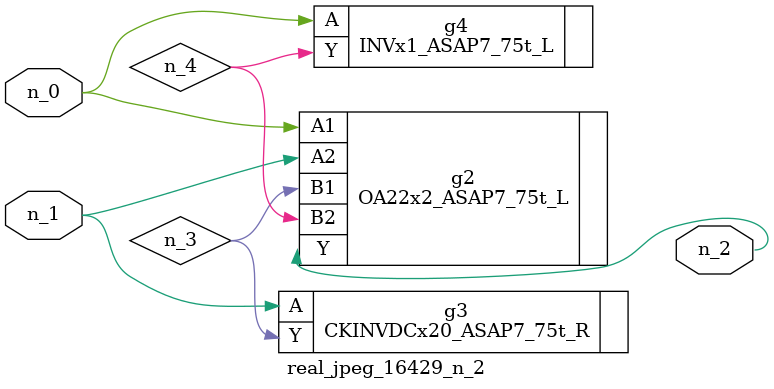
<source format=v>
module real_jpeg_16429_n_2 (n_1, n_0, n_2);

input n_1;
input n_0;

output n_2;

wire n_4;
wire n_3;

OA22x2_ASAP7_75t_L g2 ( 
.A1(n_0),
.A2(n_1),
.B1(n_3),
.B2(n_4),
.Y(n_2)
);

INVx1_ASAP7_75t_L g4 ( 
.A(n_0),
.Y(n_4)
);

CKINVDCx20_ASAP7_75t_R g3 ( 
.A(n_1),
.Y(n_3)
);


endmodule
</source>
